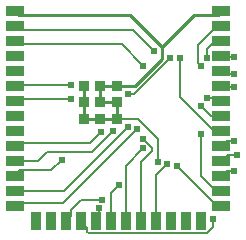
<source format=gtl>
G04 Layer: TopLayer*
G04 EasyEDA Pro v2.2.32.3, 2024-12-01 19:29:51*
G04 Gerber Generator version 0.3*
G04 Scale: 100 percent, Rotated: No, Reflected: No*
G04 Dimensions in millimeters*
G04 Leading zeros omitted, absolute positions, 3 integers and 5 decimals*
%FSLAX35Y35*%
%MOMM*%
%ADD10R,1.5X0.9*%
%ADD11R,0.9X1.5*%
%ADD12R,1.5X0.9*%
%ADD13R,0.9X0.9*%
%ADD14C,0.61*%
%ADD15C,0.18*%
%ADD16C,0.254*%
G75*


G04 Pad Start*
G54D10*
G01X140995Y-761505D03*
G01X140995Y-888505D03*
G01X140995Y-1015505D03*
G01X140995Y-1142505D03*
G01X140995Y-1269505D03*
G01X140995Y-1396505D03*
G01X140995Y-1523505D03*
G01X140995Y-1650505D03*
G01X140995Y-1777505D03*
G01X140995Y-1904505D03*
G01X140995Y-2031505D03*
G01X140995Y-2158505D03*
G01X140995Y-2285505D03*
G01X140995Y-2412505D03*
G54D11*
G01X317500Y-2540495D03*
G01X444500Y-2540495D03*
G01X571500Y-2540495D03*
G01X698500Y-2540495D03*
G01X825500Y-2540495D03*
G01X952500Y-2540495D03*
G01X1079500Y-2540495D03*
G01X1206500Y-2540495D03*
G01X1333500Y-2540495D03*
G01X1460500Y-2540495D03*
G01X1587500Y-2540495D03*
G01X1714500Y-2537498D03*
G54D12*
G01X1891005Y-2412505D03*
G01X1891005Y-2285505D03*
G01X1891005Y-2158505D03*
G01X1891005Y-2031505D03*
G01X1891005Y-1904505D03*
G01X1891005Y-1777505D03*
G01X1891005Y-1650505D03*
G01X1891005Y-1523505D03*
G01X1891005Y-1396505D03*
G01X1891005Y-1269505D03*
G01X1891005Y-1142505D03*
G01X1891005Y-1015505D03*
G01X1891005Y-888505D03*
G01X1891005Y-761505D03*
G54D13*
G01X1005992Y-1673517D03*
G01X865988Y-1673517D03*
G01X725983Y-1673517D03*
G01X725983Y-1393507D03*
G01X865988Y-1393507D03*
G01X1005992Y-1393507D03*
G01X1005992Y-1533512D03*
G01X725983Y-1533512D03*
G01X865988Y-1533512D03*
G04 Pad End*

G04 Via Start*
G54D14*
G01X1719199Y-1222108D03*
G01X1769999Y-1160513D03*
G01X1719199Y-1803692D03*
G01X1998599Y-2119312D03*
G01X2023999Y-1977707D03*
G01X1998599Y-1861502D03*
G01X1515999Y-2072297D03*
G01X1820799Y-2522512D03*
G01X1227201Y-1843697D03*
G01X1430401Y-2057692D03*
G01X1227201Y-1222108D03*
G01X1354201Y-2041699D03*
G01X1100201Y-1745297D03*
G01X1176401Y-1759902D03*
G01X617601Y-1505293D03*
G01X1227201Y-1923707D03*
G01X855599Y-2431707D03*
G01X1719199Y-1563713D03*
G01X1769999Y-1498308D03*
G01X1998599Y-1407503D03*
G01X617601Y-1389113D03*
G01X1998599Y-1291298D03*
G01X973201Y-1777708D03*
G01X1024001Y-2232292D03*
G01X880999Y-2359292D03*
G01X1455801Y-1157313D03*
G01X1100201Y-1462113D03*
G01X541401Y-2020913D03*
G01X1541399Y-1161097D03*
G01X1998599Y-1149693D03*
G01X871601Y-1788503D03*
G01X1318996Y-1099707D03*
G04 Via End*

G04 Track Start*
G54D15*
G01X1719199Y-1222108D02*
G01X1693799Y-1196708D01*
G01X1693799Y-1044308D01*
G01X1849603Y-888505D01*
G01X1891005Y-888505D01*
G01X1769999Y-1160513D02*
G01X1769999Y-1084313D01*
G01X1838808Y-1015505D01*
G01X1891005Y-1015505D01*
G01X1719199Y-1803692D02*
G01X1719199Y-2159292D01*
G01X1809002Y-2249095D01*
G01X1854595Y-2249095D01*
G01X1891005Y-2285505D01*
G01X1998599Y-2119312D02*
G01X1930197Y-2119312D01*
G01X1891005Y-2158505D01*
G01X2023999Y-1977707D02*
G01X1944802Y-1977707D01*
G01X1891005Y-2031505D01*
G01X1998599Y-1861502D02*
G01X1934007Y-1861502D01*
G01X1891005Y-1904505D01*
G01X1515999Y-2072297D02*
G01X1856207Y-2412505D01*
G01X1891005Y-2412505D01*
G01X1820799Y-2522512D02*
G01X1820799Y-2591295D01*
G01X1769999Y-2642095D01*
G01X766291Y-2642095D01*
G01X753999Y-2629804D01*
G01X753999Y-2595994D01*
G01X698500Y-2540495D01*
G01X1227201Y-1843697D02*
G01X1303401Y-1919897D01*
G01X1303401Y-1945297D01*
G01X1213598Y-2035100D01*
G01X1213598Y-2533397D01*
G01X1206500Y-2540495D01*
G01X1430401Y-2057692D02*
G01X1340598Y-2147495D01*
G01X1340598Y-2533397D01*
G01X1333500Y-2540495D01*
G01X1227201Y-1222108D02*
G01X1047596Y-1042503D01*
G01X167994Y-1042503D01*
G01X140995Y-1015505D01*
G01X1354201Y-2041699D02*
G01X1354201Y-1843926D01*
G01X1183792Y-1673517D01*
G01X1005992Y-1673517D01*
G54D16*
G01X1005992Y-1673517D02*
G01X1005992Y-1533512D01*
G01X1005992Y-1673517D02*
G01X865988Y-1673517D01*
G01X1005992Y-1533512D02*
G01X865988Y-1533512D01*
G01X865988Y-1673517D02*
G01X725983Y-1673517D01*
G01X725983Y-1533512D01*
G01X725983Y-1393507D01*
G01X865988Y-1533512D02*
G01X865988Y-1393507D01*
G01X1005992Y-1393507D01*
G01X1158392Y-1393507D01*
G01X1386992Y-1164907D01*
G01X1386992Y-1063307D01*
G01X1117585Y-793900D01*
G01X173391Y-793900D01*
G01X140995Y-761505D01*
G01X1386992Y-1063307D02*
G01X1656400Y-793900D01*
G01X1858609Y-793900D01*
G01X1891005Y-761505D01*
G54D15*
G01X1100201Y-1745297D02*
G01X561386Y-2284113D01*
G01X142387Y-2284113D01*
G01X140995Y-2285505D01*
G01X1176401Y-1759902D02*
G01X547783Y-2388520D01*
G01X164980Y-2388520D01*
G01X140995Y-2412505D01*
G01X617601Y-1505293D02*
G01X159207Y-1505293D01*
G01X140995Y-1523505D01*
G01X1227201Y-1923707D02*
G01X1079500Y-2071408D01*
G01X1079500Y-2540495D01*
G01X855599Y-2431707D02*
G01X855599Y-2510396D01*
G01X825500Y-2540495D01*
G01X1719199Y-1563713D02*
G01X1805991Y-1650505D01*
G01X1891005Y-1650505D01*
G01X1769999Y-1498308D02*
G01X1865808Y-1498308D01*
G01X1891005Y-1523505D01*
G01X1998599Y-1407503D02*
G01X1902003Y-1407503D01*
G01X1891005Y-1396505D01*
G01X617601Y-1389113D02*
G01X148387Y-1389113D01*
G01X140995Y-1396505D01*
G01X1998599Y-1291298D02*
G01X1912798Y-1291298D01*
G01X1891005Y-1269505D01*
G01X973201Y-1777708D02*
G01X795401Y-1955508D01*
G01X414401Y-1955508D01*
G01X338404Y-2031505D01*
G01X140995Y-2031505D01*
G01X1024001Y-2232292D02*
G01X952500Y-2303793D01*
G01X952500Y-2540495D01*
G01X880999Y-2359292D02*
G01X703199Y-2359292D01*
G01X613396Y-2449094D01*
G01X613396Y-2498599D01*
G01X571500Y-2540495D01*
G01X1455801Y-1157313D02*
G01X1151001Y-1462113D01*
G01X1100201Y-1462113D01*
G01X541401Y-2020913D02*
G01X451598Y-2110715D01*
G01X188785Y-2110715D01*
G01X140995Y-2158505D01*
G01X1541399Y-1161097D02*
G01X1541399Y-1491297D01*
G01X1810807Y-1760705D01*
G01X1874205Y-1760705D01*
G01X1891005Y-1777505D01*
G01X1998599Y-1149693D02*
G01X1898193Y-1149693D01*
G01X1891005Y-1142505D01*
G01X871601Y-1788503D02*
G01X781798Y-1878305D01*
G01X167195Y-1878305D01*
G01X140995Y-1904505D01*
G01X1318996Y-1099707D02*
G01X1139390Y-920102D01*
G01X172592Y-920102D01*
G01X140995Y-888505D01*
G04 Track End*

M02*


</source>
